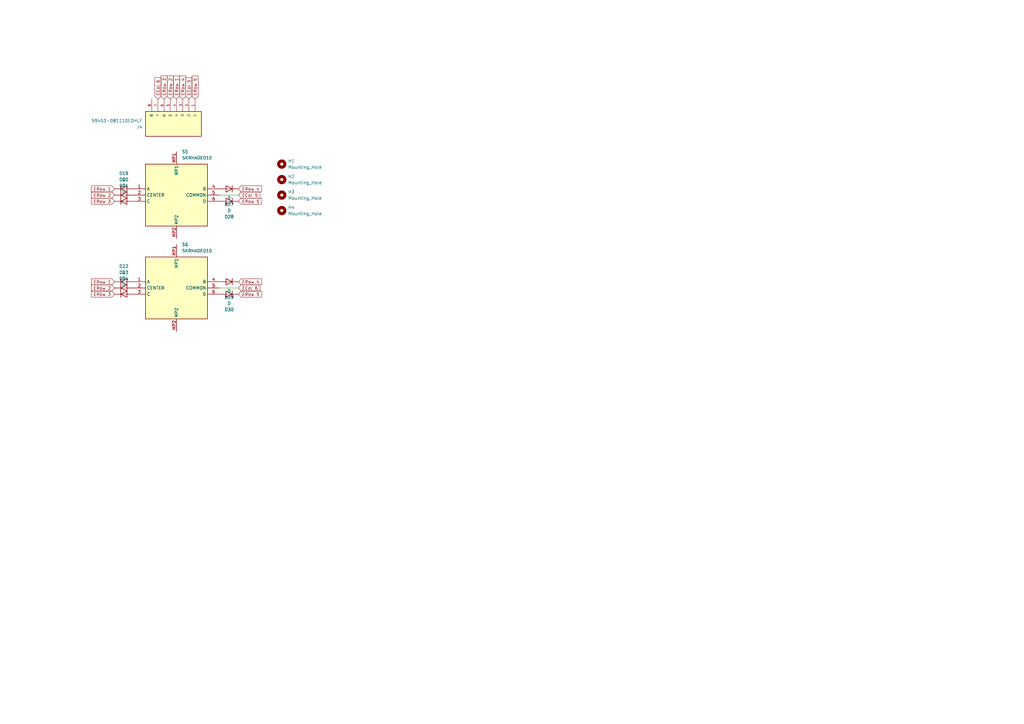
<source format=kicad_sch>
(kicad_sch (version 20231120) (generator "eeschema") (generator_version "8.99")
  (paper "A3")
  (lib_symbols
    (symbol "59453-081110EDHLF:59453-081110EDHLF" (pin_names (offset 1.016))
      (property "Reference" "J" (at -5.08 10.922 0))
      (property "Value" "59453-081110EDHLF" (at -5.08 -15.24 0))
      (symbol "59453-081110EDHLF_0_0"
        (rectangle (start -5.08 -12.7) (end 5.08 10.16) (stroke (width 0.254)) (fill (type background)))
        (pin passive line (at -10.16 7.62 0) (length 5.08) (name "1") (number "1"))
        (pin passive line (at -10.16 5.08 0) (length 5.08) (name "2") (number "2"))
        (pin passive line (at -10.16 2.54 0) (length 5.08) (name "3") (number "3"))
        (pin passive line (at -10.16 0 0) (length 5.08) (name "4") (number "4"))
        (pin passive line (at -10.16 -2.54 0) (length 5.08) (name "5") (number "5"))
        (pin passive line (at -10.16 -5.08 0) (length 5.08) (name "6") (number "6"))
        (pin passive line (at -10.16 -7.62 0) (length 5.08) (name "7") (number "7"))
        (pin passive line (at -10.16 -10.16 0) (length 5.08) (name "8") (number "8"))
      )
    )
    (symbol "Device:D" (pin_numbers hide) (pin_names (offset 1.016) hide)
      (property "Reference" "D" (at 0 2.54 0))
      (property "Value" "D" (at 0 -2.54 0))
      (symbol "D_0_1"
        (polyline (pts (xy -1.27 1.27) (xy -1.27 -1.27)) (stroke (width 0.254)))
        (polyline (pts (xy 1.27 0) (xy -1.27 0)))
        (polyline (pts (xy 1.27 1.27) (xy 1.27 -1.27) (xy -1.27 0) (xy 1.27 1.27)) (stroke (width 0.254)))
      )
      (symbol "D_1_1"
        (pin passive line (at -3.81 0 0) (length 2.54) (name "K") (number "1"))
        (pin passive line (at 3.81 0 180) (length 2.54) (name "A") (number "2"))
      )
    )
    (symbol "SKRHADE010:SKRHADE010"
      (property "Reference" "S" (at 31.75 15.24 0))
      (property "Value" "SKRHADE010" (at 31.75 12.7 0))
      (symbol "SKRHADE010_1_1"
        (rectangle (start 5.08 10.16) (end 30.48 -15.24) (stroke (width 0.254)) (fill (type background)))
        (pin passive line (at 0 0 0) (length 5.08) (name "A") (number "1"))
        (pin passive line (at 0 -2.54 0) (length 5.08) (name "CENTER") (number "2"))
        (pin passive line (at 0 -5.08 0) (length 5.08) (name "C") (number "3"))
        (pin passive line (at 35.56 0 180) (length 5.08) (name "B") (number "4"))
        (pin passive line (at 35.56 -2.54 180) (length 5.08) (name "COMMON") (number "5"))
        (pin passive line (at 35.56 -5.08 180) (length 5.08) (name "D") (number "6"))
        (pin passive line (at 17.78 15.24 270) (length 5.08) (name "MP1") (number "MP1"))
        (pin passive line (at 17.78 -20.32 90) (length 5.08) (name "MP2") (number "MP2"))
      )
    )
    (symbol "ScottoKeebs:Placeholder_Mounting_Hole" (pin_names (offset 1.016))
      (property "Reference" "H" (at 0 5.08 0))
      (property "Value" "Mounting_Hole" (at 0 3.175 0))
      (symbol "Placeholder_Mounting_Hole_0_1"
        (circle (center 0 0) (radius 1.27) (stroke (width 1.27)))
      )
    )
  )
  (wire (pts (xy 97.79 80.01) (xy 90.17 80.01)))
  (wire (pts (xy 97.79 118.11) (xy 90.17 118.11)))
  (global_label "ERow 1" (shape input) (at 72.39 40.64 90) (property "Intersheetrefs" "${INTERSHEET_REFS}" (effects (hide yes))))
  (global_label "ERow 4" (shape input) (at 97.79 115.57 0) (property "Intersheetrefs" "${INTERSHEET_REFS}" (effects (hide yes))))
  (global_label "ERow 2" (shape input) (at 69.85 40.64 90) (property "Intersheetrefs" "${INTERSHEET_REFS}" (effects (hide yes))))
  (global_label "ERow 1" (shape input) (at 46.99 77.47 180) (property "Intersheetrefs" "${INTERSHEET_REFS}" (effects (hide yes))))
  (global_label "ECol 6" (shape input) (at 97.79 118.11 0) (property "Intersheetrefs" "${INTERSHEET_REFS}" (effects (hide yes))))
  (global_label "ECol 5" (shape input) (at 77.47 40.64 90) (property "Intersheetrefs" "${INTERSHEET_REFS}" (effects (hide yes))))
  (global_label "ERow 5" (shape input) (at 80.01 40.64 90) (property "Intersheetrefs" "${INTERSHEET_REFS}" (effects (hide yes))))
  (global_label "ERow 1" (shape input) (at 46.99 115.57 180) (property "Intersheetrefs" "${INTERSHEET_REFS}" (effects (hide yes))))
  (global_label "ERow 4" (shape input) (at 74.93 40.64 90) (property "Intersheetrefs" "${INTERSHEET_REFS}" (effects (hide yes))))
  (global_label "ERow 2" (shape input) (at 46.99 80.01 180) (property "Intersheetrefs" "${INTERSHEET_REFS}" (effects (hide yes))))
  (global_label "ERow 3" (shape input) (at 46.99 120.65 180) (property "Intersheetrefs" "${INTERSHEET_REFS}" (effects (hide yes))))
  (global_label "ERow 2" (shape input) (at 46.99 118.11 180) (property "Intersheetrefs" "${INTERSHEET_REFS}" (effects (hide yes))))
  (global_label "ECol 5" (shape input) (at 97.79 80.01 0) (property "Intersheetrefs" "${INTERSHEET_REFS}" (effects (hide yes))))
  (global_label "ERow 4" (shape input) (at 97.79 77.47 0) (property "Intersheetrefs" "${INTERSHEET_REFS}" (effects (hide yes))))
  (global_label "ECol 6" (shape input) (at 64.77 40.64 90) (property "Intersheetrefs" "${INTERSHEET_REFS}" (effects (hide yes))))
  (global_label "ERow 5" (shape input) (at 97.79 82.55 0) (property "Intersheetrefs" "${INTERSHEET_REFS}" (effects (hide yes))))
  (global_label "ERow 3" (shape input) (at 46.99 82.55 180) (property "Intersheetrefs" "${INTERSHEET_REFS}" (effects (hide yes))))
  (global_label "ERow 5" (shape input) (at 97.79 120.65 0) (property "Intersheetrefs" "${INTERSHEET_REFS}" (effects (hide yes))))
  (global_label "ERow 3" (shape input) (at 67.31 40.64 90) (property "Intersheetrefs" "${INTERSHEET_REFS}" (effects (hide yes))))
  (symbol (lib_id "Device:D") (at 93.98 82.55 180) (unit 1)
    (property "Reference" "D28" (at 93.98 88.9 0))
    (property "Value" "D" (at 93.98 86.36 0))
    (property "Footprint" "ScottoKeebs_Components:Diode_SOD-123" (effects (hide yes)))
    (property "Description" "Diode" (effects (hide yes)))
    (property "Sim.Device" "D" (effects (hide yes)))
    (property "Sim.Pins" "1=K 2=A" (effects (hide yes)))
  )
  (symbol (lib_id "ScottoKeebs:Placeholder_Mounting_Hole") (at 115.57 67.31 0) (unit 1)
    (property "Reference" "H1" (at 118.11 66.0399 0) (effects (justify left)))
    (property "Value" "Mounting_Hole" (at 118.11 68.5799 0) (effects (justify left)))
    (property "Footprint" "footprints:MountingHole_2.2mm_M2_Pad_Via" (effects (hide yes)))
    (property "Description" "Mounting Hole without connection" (effects (hide yes)))
  )
  (symbol (lib_id "Device:D") (at 50.8 118.11 0) (unit 1)
    (property "Reference" "D23" (at 50.8 111.76 0))
    (property "Value" "D" (at 50.8 114.3 0))
    (property "Footprint" "ScottoKeebs_Components:Diode_SOD-123" (effects (hide yes)))
    (property "Description" "Diode" (effects (hide yes)))
    (property "Sim.Device" "D" (effects (hide yes)))
    (property "Sim.Pins" "1=K 2=A" (effects (hide yes)))
  )
  (symbol (lib_id "Device:D") (at 93.98 120.65 180) (unit 1)
    (property "Reference" "D30" (at 93.98 127 0))
    (property "Value" "D" (at 93.98 124.46 0))
    (property "Footprint" "ScottoKeebs_Components:Diode_SOD-123" (effects (hide yes)))
    (property "Description" "Diode" (effects (hide yes)))
    (property "Sim.Device" "D" (effects (hide yes)))
    (property "Sim.Pins" "1=K 2=A" (effects (hide yes)))
  )
  (symbol (lib_id "Device:D") (at 93.98 77.47 180) (unit 1)
    (property "Reference" "D27" (at 93.98 83.82 0))
    (property "Value" "D" (at 93.98 81.28 0))
    (property "Footprint" "ScottoKeebs_Components:Diode_SOD-123" (effects (hide yes)))
    (property "Description" "Diode" (effects (hide yes)))
    (property "Sim.Device" "D" (effects (hide yes)))
    (property "Sim.Pins" "1=K 2=A" (effects (hide yes)))
  )
  (symbol (lib_id "Device:D") (at 50.8 80.01 0) (unit 1)
    (property "Reference" "D20" (at 50.8 73.66 0))
    (property "Value" "D" (at 50.8 76.2 0))
    (property "Footprint" "ScottoKeebs_Components:Diode_SOD-123" (effects (hide yes)))
    (property "Description" "Diode" (effects (hide yes)))
    (property "Sim.Device" "D" (effects (hide yes)))
    (property "Sim.Pins" "1=K 2=A" (effects (hide yes)))
  )
  (symbol (lib_id "Device:D") (at 93.98 115.57 180) (unit 1)
    (property "Reference" "D29" (at 93.98 121.92 0))
    (property "Value" "D" (at 93.98 119.38 0))
    (property "Footprint" "ScottoKeebs_Components:Diode_SOD-123" (effects (hide yes)))
    (property "Description" "Diode" (effects (hide yes)))
    (property "Sim.Device" "D" (effects (hide yes)))
    (property "Sim.Pins" "1=K 2=A" (effects (hide yes)))
  )
  (symbol (lib_id "ScottoKeebs:Placeholder_Mounting_Hole") (at 115.57 86.36 0) (unit 1)
    (property "Reference" "H4" (at 118.11 85.0899 0) (effects (justify left)))
    (property "Value" "Mounting_Hole" (at 118.11 87.6299 0) (effects (justify left)))
    (property "Footprint" "footprints:MountingHole_2.2mm_M2_Pad_Via" (effects (hide yes)))
    (property "Description" "Mounting Hole without connection" (effects (hide yes)))
  )
  (symbol (lib_id "Device:D") (at 50.8 115.57 0) (unit 1)
    (property "Reference" "D22" (at 50.8 109.22 0))
    (property "Value" "D" (at 50.8 111.76 0))
    (property "Footprint" "ScottoKeebs_Components:Diode_SOD-123" (effects (hide yes)))
    (property "Description" "Diode" (effects (hide yes)))
    (property "Sim.Device" "D" (effects (hide yes)))
    (property "Sim.Pins" "1=K 2=A" (effects (hide yes)))
  )
  (symbol (lib_id "Device:D") (at 50.8 120.65 0) (unit 1)
    (property "Reference" "D24" (at 50.8 114.3 0))
    (property "Value" "D" (at 50.8 116.84 0))
    (property "Footprint" "ScottoKeebs_Components:Diode_SOD-123" (effects (hide yes)))
    (property "Description" "Diode" (effects (hide yes)))
    (property "Sim.Device" "D" (effects (hide yes)))
    (property "Sim.Pins" "1=K 2=A" (effects (hide yes)))
  )
  (symbol (lib_id "ScottoKeebs:Placeholder_Mounting_Hole") (at 115.57 80.01 0) (unit 1)
    (property "Reference" "H3" (at 118.11 78.7399 0) (effects (justify left)))
    (property "Value" "Mounting_Hole" (at 118.11 81.2799 0) (effects (justify left)))
    (property "Footprint" "footprints:MountingHole_2.2mm_M2_Pad_Via" (effects (hide yes)))
    (property "Description" "Mounting Hole without connection" (effects (hide yes)))
  )
  (symbol (lib_id "Device:D") (at 50.8 82.55 0) (unit 1)
    (property "Reference" "D21" (at 50.8 76.2 0))
    (property "Value" "D" (at 50.8 78.74 0))
    (property "Footprint" "ScottoKeebs_Components:Diode_SOD-123" (effects (hide yes)))
    (property "Description" "Diode" (effects (hide yes)))
    (property "Sim.Device" "D" (effects (hide yes)))
    (property "Sim.Pins" "1=K 2=A" (effects (hide yes)))
  )
  (symbol (lib_id "ScottoKeebs:Placeholder_Mounting_Hole") (at 115.57 73.66 0) (unit 1)
    (property "Reference" "H2" (at 118.11 72.3899 0) (effects (justify left)))
    (property "Value" "Mounting_Hole" (at 118.11 74.9299 0) (effects (justify left)))
    (property "Footprint" "footprints:MountingHole_2.2mm_M2_Pad_Via" (effects (hide yes)))
    (property "Description" "Mounting Hole without connection" (effects (hide yes)))
  )
  (symbol (lib_id "59453-081110EDHLF:59453-081110EDHLF") (at 72.39 50.8 270) (unit 1)
    (property "Reference" "J4" (at 58.42 52.0701 90) (effects (justify right)))
    (property "Value" "59453-081110EDHLF" (at 58.42 49.5301 90) (effects (justify right)))
    (property "Footprint" "AMPHENOL_59453-081110EDHLF" (effects (hide yes)))
    (property "PARTREV" "D" (effects (hide yes)))
    (property "STANDARD" "Manufacturer Recommendations" (effects (hide yes)))
    (property "MAXIMUM_PACKAGE_HEIGHT" "3.00mm" (effects (hide yes)))
    (property "MANUFACTURER" "Amphenol" (effects (hide yes)))
  )
  (symbol (lib_id "SKRHADE010:SKRHADE010") (at 54.61 77.47 0) (unit 1)
    (property "Reference" "S5" (at 74.5841 62.23 0) (effects (justify left)))
    (property "Value" "SKRHADE010" (at 74.5841 64.77 0) (effects (justify left)))
    (property "Footprint" "SKRHADE010" (effects (hide yes)))
    (property "Datasheet" "http://uk.rs-online.com/web/p/products/1239637" (effects (hide yes)))
    (property "Description" "Multi-Directional Switches 4-directn cntr push w/ boss 500K cycles" (effects (hide yes)))
    (property "Height" "5" (effects (hide yes)))
    (property "Manufacturer_Name" "ALPS Electric" (effects (hide yes)))
    (property "Manufacturer_Part_Number" "SKRHADE010" (effects (hide yes)))
    (property "Mouser Part Number" "688-SKRHAD" (effects (hide yes)))
    (property "Mouser Price/Stock" "https://www.mouser.co.uk/ProductDetail/Alps-Alpine/SKRHADE010?qs=seHrhfPpLDxlAi0Di%252BJD5Q%3D%3D" (effects (hide yes)))
  )
  (symbol (lib_id "SKRHADE010:SKRHADE010") (at 54.61 115.57 0) (unit 1)
    (property "Reference" "S6" (at 74.5841 100.33 0) (effects (justify left)))
    (property "Value" "SKRHADE010" (at 74.5841 102.87 0) (effects (justify left)))
    (property "Footprint" "SKRHADE010" (effects (hide yes)))
    (property "Datasheet" "http://uk.rs-online.com/web/p/products/1239637" (effects (hide yes)))
    (property "Description" "Multi-Directional Switches 4-directn cntr push w/ boss 500K cycles" (effects (hide yes)))
    (property "Height" "5" (effects (hide yes)))
    (property "Manufacturer_Name" "ALPS Electric" (effects (hide yes)))
    (property "Manufacturer_Part_Number" "SKRHADE010" (effects (hide yes)))
    (property "Mouser Part Number" "688-SKRHAD" (effects (hide yes)))
    (property "Mouser Price/Stock" "https://www.mouser.co.uk/ProductDetail/Alps-Alpine/SKRHADE010?qs=seHrhfPpLDxlAi0Di%252BJD5Q%3D%3D" (effects (hide yes)))
  )
  (symbol (lib_id "Device:D") (at 50.8 77.47 0) (unit 1)
    (property "Reference" "D19" (at 50.8 71.12 0))
    (property "Value" "D" (at 50.8 73.66 0))
    (property "Footprint" "ScottoKeebs_Components:Diode_SOD-123" (effects (hide yes)))
    (property "Description" "Diode" (effects (hide yes)))
    (property "Sim.Device" "D" (effects (hide yes)))
    (property "Sim.Pins" "1=K 2=A" (effects (hide yes)))
  )
)
</source>
